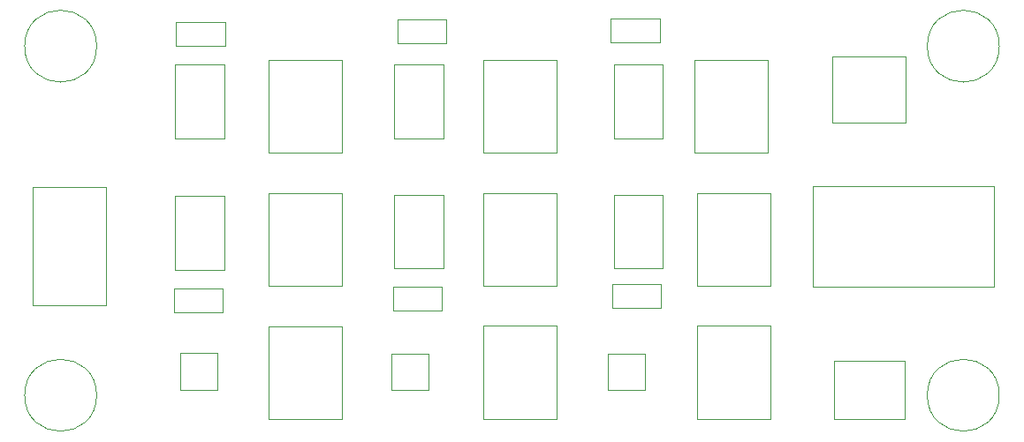
<source format=gbr>
G04 #@! TF.GenerationSoftware,KiCad,Pcbnew,(5.0.0)*
G04 #@! TF.CreationDate,2018-08-01T11:46:43+01:00*
G04 #@! TF.ProjectId,blanking,626C616E6B696E672E6B696361645F70,rev?*
G04 #@! TF.SameCoordinates,Original*
G04 #@! TF.FileFunction,Other,User*
%FSLAX46Y46*%
G04 Gerber Fmt 4.6, Leading zero omitted, Abs format (unit mm)*
G04 Created by KiCad (PCBNEW (5.0.0)) date 08/01/18 11:46:43*
%MOMM*%
%LPD*%
G01*
G04 APERTURE LIST*
%ADD10C,0.050000*%
G04 APERTURE END LIST*
D10*
G04 #@! TO.C,J8_Green_Enab*
X238950000Y-59375000D02*
X246000000Y-59375000D01*
X246000000Y-59375000D02*
X246000000Y-68275000D01*
X246000000Y-68275000D02*
X238950000Y-68275000D01*
X238950000Y-68275000D02*
X238950000Y-59375000D01*
G04 #@! TO.C,J12_green_blank*
X238700000Y-46625000D02*
X245750000Y-46625000D01*
X245750000Y-46625000D02*
X245750000Y-55525000D01*
X245750000Y-55525000D02*
X238700000Y-55525000D01*
X238700000Y-55525000D02*
X238700000Y-46625000D01*
G04 #@! TO.C,U2*
X213230000Y-74765000D02*
X213230000Y-78285000D01*
X213230000Y-74765000D02*
X209680000Y-74765000D01*
X209680000Y-78285000D02*
X213230000Y-78285000D01*
X209680000Y-78285000D02*
X209680000Y-74765000D01*
G04 #@! TO.C,J1_Blue_enab*
X197850000Y-72175000D02*
X204900000Y-72175000D01*
X204900000Y-72175000D02*
X204900000Y-81075000D01*
X204900000Y-81075000D02*
X197850000Y-81075000D01*
X197850000Y-81075000D02*
X197850000Y-72175000D01*
G04 #@! TO.C,J2_Green_PWM*
X238950000Y-72125000D02*
X246000000Y-72125000D01*
X246000000Y-72125000D02*
X246000000Y-81025000D01*
X246000000Y-81025000D02*
X238950000Y-81025000D01*
X238950000Y-81025000D02*
X238950000Y-72125000D01*
G04 #@! TO.C,J3_Red_PWM*
X218450000Y-72125000D02*
X225500000Y-72125000D01*
X225500000Y-72125000D02*
X225500000Y-81025000D01*
X225500000Y-81025000D02*
X218450000Y-81025000D01*
X218450000Y-81025000D02*
X218450000Y-72125000D01*
G04 #@! TO.C,J5*
X250050000Y-58725000D02*
X250050000Y-68325000D01*
X250050000Y-68325000D02*
X267350000Y-68325000D01*
X267350000Y-68325000D02*
X267350000Y-58725000D01*
X267350000Y-58725000D02*
X250050000Y-58725000D01*
G04 #@! TO.C,J6_Blue_Enab*
X197850000Y-59375000D02*
X204900000Y-59375000D01*
X204900000Y-59375000D02*
X204900000Y-68275000D01*
X204900000Y-68275000D02*
X197850000Y-68275000D01*
X197850000Y-68275000D02*
X197850000Y-59375000D01*
G04 #@! TO.C,J7_Red_enab*
X218450000Y-59375000D02*
X225500000Y-59375000D01*
X225500000Y-59375000D02*
X225500000Y-68275000D01*
X225500000Y-68275000D02*
X218450000Y-68275000D01*
X218450000Y-68275000D02*
X218450000Y-59375000D01*
G04 #@! TO.C,J9*
X251900000Y-46275000D02*
X258950000Y-46275000D01*
X258950000Y-46275000D02*
X258950000Y-52625000D01*
X258950000Y-52625000D02*
X251900000Y-52625000D01*
X251900000Y-52625000D02*
X251900000Y-46275000D01*
G04 #@! TO.C,J10_red_blank*
X218450000Y-46625000D02*
X225500000Y-46625000D01*
X225500000Y-46625000D02*
X225500000Y-55525000D01*
X225500000Y-55525000D02*
X218450000Y-55525000D01*
X218450000Y-55525000D02*
X218450000Y-46625000D01*
G04 #@! TO.C,J11_blue_blank*
X197850000Y-46575000D02*
X204900000Y-46575000D01*
X204900000Y-46575000D02*
X204900000Y-55475000D01*
X204900000Y-55475000D02*
X197850000Y-55475000D01*
X197850000Y-55475000D02*
X197850000Y-46575000D01*
G04 #@! TO.C,J13*
X175250000Y-58775000D02*
X182300000Y-58775000D01*
X182300000Y-58775000D02*
X182300000Y-70175000D01*
X182300000Y-70175000D02*
X175250000Y-70175000D01*
X175250000Y-70175000D02*
X175250000Y-58775000D01*
G04 #@! TO.C,J14_inv_vcc*
X252030000Y-81045000D02*
X252030000Y-75465000D01*
X252030000Y-81045000D02*
X258870000Y-81045000D01*
X258870000Y-75465000D02*
X252030000Y-75465000D01*
X258870000Y-75465000D02*
X258870000Y-81045000D01*
G04 #@! TO.C,Q1*
X235680000Y-59515000D02*
X235680000Y-66615000D01*
X235680000Y-59515000D02*
X230940000Y-59515000D01*
X230940000Y-66615000D02*
X235680000Y-66615000D01*
X230940000Y-66615000D02*
X230940000Y-59515000D01*
G04 #@! TO.C,Q2*
X193680000Y-59665000D02*
X193680000Y-66765000D01*
X193680000Y-59665000D02*
X188940000Y-59665000D01*
X188940000Y-66765000D02*
X193680000Y-66765000D01*
X188940000Y-66765000D02*
X188940000Y-59665000D01*
G04 #@! TO.C,Q3*
X214680000Y-59515000D02*
X214680000Y-66615000D01*
X214680000Y-59515000D02*
X209940000Y-59515000D01*
X209940000Y-66615000D02*
X214680000Y-66615000D01*
X209940000Y-66615000D02*
X209940000Y-59515000D01*
G04 #@! TO.C,Q4*
X235680000Y-47015000D02*
X235680000Y-54115000D01*
X235680000Y-47015000D02*
X230940000Y-47015000D01*
X230940000Y-54115000D02*
X235680000Y-54115000D01*
X230940000Y-54115000D02*
X230940000Y-47015000D01*
G04 #@! TO.C,Q5*
X214680000Y-47015000D02*
X214680000Y-54115000D01*
X214680000Y-47015000D02*
X209940000Y-47015000D01*
X209940000Y-54115000D02*
X214680000Y-54115000D01*
X209940000Y-54115000D02*
X209940000Y-47015000D01*
G04 #@! TO.C,Q6*
X193680000Y-47065000D02*
X193680000Y-54165000D01*
X193680000Y-47065000D02*
X188940000Y-47065000D01*
X188940000Y-54165000D02*
X193680000Y-54165000D01*
X188940000Y-54165000D02*
X188940000Y-47065000D01*
G04 #@! TO.C,R1 270*
X188800000Y-68525000D02*
X188800000Y-70825000D01*
X188800000Y-70825000D02*
X193500000Y-70825000D01*
X193500000Y-70825000D02*
X193500000Y-68525000D01*
X193500000Y-68525000D02*
X188800000Y-68525000D01*
G04 #@! TO.C,R2 270*
X209800000Y-68375000D02*
X209800000Y-70675000D01*
X209800000Y-70675000D02*
X214500000Y-70675000D01*
X214500000Y-70675000D02*
X214500000Y-68375000D01*
X214500000Y-68375000D02*
X209800000Y-68375000D01*
G04 #@! TO.C,R3 270*
X230800000Y-68125000D02*
X230800000Y-70425000D01*
X230800000Y-70425000D02*
X235500000Y-70425000D01*
X235500000Y-70425000D02*
X235500000Y-68125000D01*
X235500000Y-68125000D02*
X230800000Y-68125000D01*
G04 #@! TO.C,R4 270*
X235350000Y-44925000D02*
X235350000Y-42625000D01*
X235350000Y-42625000D02*
X230650000Y-42625000D01*
X230650000Y-42625000D02*
X230650000Y-44925000D01*
X230650000Y-44925000D02*
X235350000Y-44925000D01*
G04 #@! TO.C,R5 270*
X189000000Y-42925000D02*
X189000000Y-45225000D01*
X189000000Y-45225000D02*
X193700000Y-45225000D01*
X193700000Y-45225000D02*
X193700000Y-42925000D01*
X193700000Y-42925000D02*
X189000000Y-42925000D01*
G04 #@! TO.C,R6 270*
X210200000Y-42725000D02*
X210200000Y-45025000D01*
X210200000Y-45025000D02*
X214900000Y-45025000D01*
X214900000Y-45025000D02*
X214900000Y-42725000D01*
X214900000Y-42725000D02*
X210200000Y-42725000D01*
G04 #@! TO.C,U1*
X192930000Y-74715000D02*
X192930000Y-78235000D01*
X192930000Y-74715000D02*
X189380000Y-74715000D01*
X189380000Y-78235000D02*
X192930000Y-78235000D01*
X189380000Y-78235000D02*
X189380000Y-74715000D01*
G04 #@! TO.C,U3*
X233980000Y-74765000D02*
X233980000Y-78285000D01*
X233980000Y-74765000D02*
X230430000Y-74765000D01*
X230430000Y-78285000D02*
X233980000Y-78285000D01*
X230430000Y-78285000D02*
X230430000Y-74765000D01*
G04 #@! TO.C,REF\002A\002A*
X181400000Y-45275000D02*
G75*
G03X181400000Y-45275000I-3450000J0D01*
G01*
X181400000Y-78775000D02*
G75*
G03X181400000Y-78775000I-3450000J0D01*
G01*
X267900000Y-45275000D02*
G75*
G03X267900000Y-45275000I-3450000J0D01*
G01*
X267900000Y-78775000D02*
G75*
G03X267900000Y-78775000I-3450000J0D01*
G01*
G04 #@! TD*
M02*

</source>
